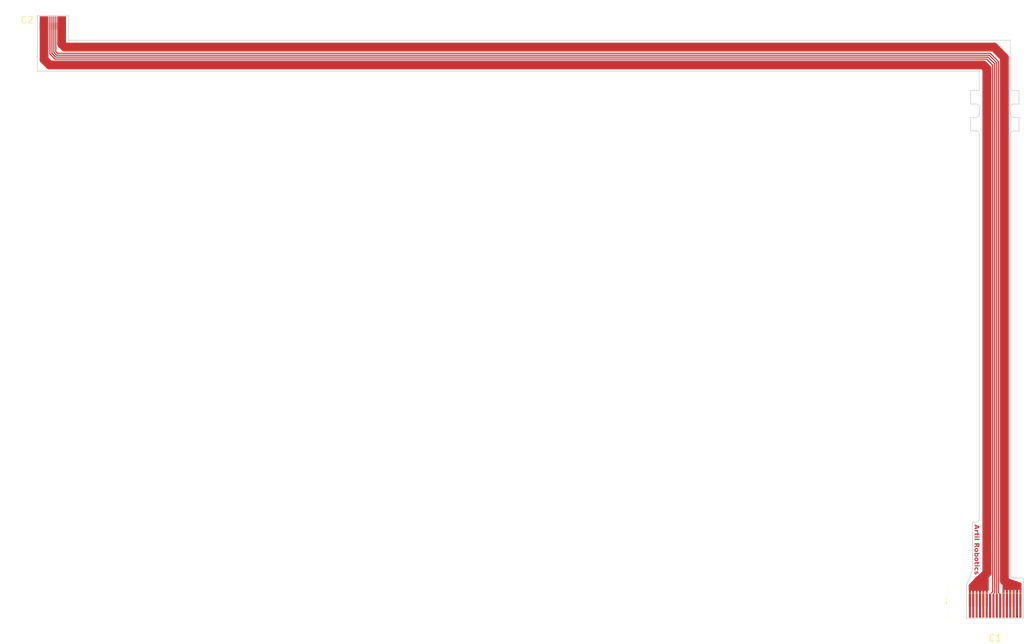
<source format=kicad_pcb>
(kicad_pcb (version 20221018) (generator pcbnew)
  (layers (0 "F.Cu" signal) (31 "B.Cu" signal) (34 "B.Paste" user) (35 "F.Paste" user) (36 "B.SilkS" user "B.Silkscreen") (37 "F.SilkS" user "F.Silkscreen") (38 "B.Mask" user) (39 "F.Mask" user) (44 "Edge.Cuts" user))
  (net 0 "")
  (net 1 "LINE 1")
  (net 2 "Line A")
  (net 3 "Line B")
  (net 4 "Line C")
  (net 5 "Line D")
  (net 6 "Line 2")
  (footprint "trill-flex:trill_flex_long" (layer "F.Cu") (at 267.475 152.7 180)
    (fp_text reference "C1" (at 0 -4.75) (layer "F.SilkS"))
    (fp_text value "trill-flex-conector" hide)
    (fp_line (start -4.25 -1.8) (end 4.25 -1.8) (stroke (width 0.05)) (layer "F.SilkS"))
    (fp_line (start -4.25 1.95) (end -4.25 -1.8) (stroke (width 0.05)) (layer "F.SilkS"))
    (fp_line (start -4.25 1.95) (end 4.25 1.95) (stroke (width 0.05)) (layer "F.SilkS"))
    (fp_line (start 4.25 1.95) (end 4.25 -1.8) (stroke (width 0.05)) (layer "F.SilkS"))
    (dimension (type aligned) (layer "F.SilkS") (pts (xy 263.225 154.5) (xy 263.225 149.5)) (height -2.85) (gr_text "5.0000 mm" (at 260.25 152 90) (layer "F.SilkS") (effects (font (size 0.1 0.1) (thickness 0.1)))) (format (prefix "") (suffix "") (units 3) (units_format 1) (precision 4)) (style (thickness 0.01) (arrow_length 0.05) (text_position_mode 0) (extension_height 0.58642) (extension_offset 0.01) keep_text_aligned))
    (pad "1" smd rect (at -3.75 0.05 180) (size 0.3 3.5) (layers "F.Cu") (net 1 "LINE 1"))
    (pad "2" smd rect (at -3.25 0.05 180) (size 0.3 3.5) (layers "F.Cu") (net 1 "LINE 1"))
    (pad "3" smd rect (at -2.75 0.05 180) (size 0.3 3.5) (layers "F.Cu") (net 1 "LINE 1"))
    (pad "4" smd rect (at -2.25 0.05 180) (size 0.3 3.5) (layers "F.Cu") (net 1 "LINE 1"))
    (pad "5" smd rect (at -1.75 0.05 180) (size 0.3 3.5) (layers "F.Cu") (net 1 "LINE 1"))
    (pad "6" smd rect (at -1.25 0.05 180) (size 0.3 3.5) (layers "F.Cu") (net 1 "LINE 1"))
    (pad "7" smd rect (at -0.75 0.05 180) (size 0.3 3.5) (layers "F.Cu") (net 2 "Line A"))
    (pad "8" smd rect (at -0.25 0.05 180) (size 0.3 3.5) (layers "F.Cu") (net 3 "Line B"))
    (pad "9" smd rect (at 0.25 0.05 180) (size 0.3 3.5) (layers "F.Cu") (net 4 "Line C"))
    (pad "10" smd rect (at 0.75 0.05 180) (size 0.3 3.5) (layers "F.Cu") (net 5 "Line D"))
    (pad "11" smd rect (at 1.25 0.05 180) (size 0.3 3.5) (layers "F.Cu") (net 6 "Line 2"))
    (pad "12" smd rect (at 1.75 0.05 180) (size 0.3 3.5) (layers "F.Cu") (net 6 "Line 2"))
    (pad "13" smd rect (at 2.25 0.05 180) (size 0.3 3.5) (layers "F.Cu") (net 6 "Line 2"))
    (pad "14" smd rect (at 2.75 0.05 180) (size 0.3 3.5) (layers "F.Cu") (net 6 "Line 2"))
    (pad "15" smd rect (at 3.25 0.05 180) (size 0.3 3.5) (layers "F.Cu") (net 6 "Line 2"))
    (pad "16" smd rect (at 3.75 0.05 180) (size 0.3 3.5) (layers "F.Cu") (net 6 "Line 2"))
  )
  (footprint "trill-flex2:trill_flex_long2" (layer "F.Cu") (at 127.425 65.95 180)
    (fp_text reference "C2" (at 3.85 0.45) (layer "F.SilkS"))
    (fp_text value "trill-flex-conector2")
    (pad "1" smd rect (at -1.3 0 180) (size 1.3 2) (layers "F.Cu") (net 1 "LINE 1"))
    (pad "2" smd rect (at -0.435 0 180) (size 0.15 2) (layers "F.Cu") (net 2 "Line A"))
    (pad "3" smd rect (at -0.145 0 180) (size 0.15 2) (layers "F.Cu") (net 3 "Line B"))
    (pad "4" smd rect (at 0.145 0 180) (size 0.15 2) (layers "F.Cu") (net 4 "Line C"))
    (pad "5" smd rect (at 0.435 0 180) (size 0.15 2) (layers "F.Cu") (net 5 "Line D"))
    (pad "6" smd rect (at 1.3 0 180) (size 1.3 2) (layers "F.Cu") (net 6 "Line 2"))
  )
  (gr_arc (start 264.625 78) (mid 264.978553 78.146447) (end 265.125 78.5) (stroke (width 0.1)) (layer "Edge.Cuts"))
  (gr_line (start 129.725 64.83) (end 129.725 68.5) (stroke (width 0.1)) (layer "Edge.Cuts"))
  (gr_line (start 269.725 75.475) (end 269.725 68.5) (stroke (width 0.1)) (layer "Edge.Cuts"))
  (gr_line (start 263.225 149.5) (end 264.125 147.275) (stroke (width 0.1)) (layer "Edge.Cuts"))
  (gr_arc (start 270.25 80) (mid 269.878769 79.846231) (end 269.725 79.475) (stroke (width 0.1)) (layer "Edge.Cuts"))
  (gr_line (start 269.725 68.5) (end 129.725 68.5) (stroke (width 0.1)) (layer "Edge.Cuts"))
  (gr_arc (start 270.25 76) (mid 269.878769 75.846231) (end 269.725 75.475) (stroke (width 0.1)) (layer "Edge.Cuts"))
  (gr_arc (start 269.725 78.5) (mid 269.871447 78.146447) (end 270.225 78) (stroke (width 0.1)) (layer "Edge.Cuts"))
  (gr_line (start 265.125 76) (end 265.125 73.1) (stroke (width 0.1)) (layer "Edge.Cuts"))
  (gr_arc (start 264.625 82) (mid 264.978553 82.146447) (end 265.125 82.5) (stroke (width 0.1)) (layer "Edge.Cuts"))
  (gr_line (start 271.025 76) (end 270.25 76) (stroke (width 0.1)) (layer "Edge.Cuts"))
  (gr_line (start 271.725 154.5) (end 271.725 148.5) (stroke (width 0.1)) (layer "Edge.Cuts"))
  (gr_line (start 269.725 79.475) (end 269.725 78.5) (stroke (width 0.1)) (layer "Edge.Cuts"))
  (gr_line (start 265.125 139.75) (end 265.125 82.5) (stroke (width 0.1)) (layer "Edge.Cuts"))
  (gr_line (start 263.825 82) (end 263.825 80) (stroke (width 0.1)) (layer "Edge.Cuts"))
  (gr_line (start 264.127481 140.200248) (end 264.627481 140.200248) (stroke (width 0.1)) (layer "Edge.Cuts"))
  (gr_line (start 271.725 148.5) (end 270.25 148.5) (stroke (width 0.1)) (layer "Edge.Cuts"))
  (gr_arc (start 269.725 82.5) (mid 269.871447 82.146447) (end 270.225 82) (stroke (width 0.1)) (layer "Edge.Cuts"))
  (gr_arc (start 270.25 148.5) (mid 269.878769 148.346231) (end 269.725 147.975) (stroke (width 0.1)) (layer "Edge.Cuts"))
  (gr_line (start 264.127481 140.200248) (end 264.125 147.275) (stroke (width 0.1)) (layer "Edge.Cuts"))
  (gr_line (start 271.025 82) (end 271.025 80) (stroke (width 0.1)) (layer "Edge.Cuts"))
  (gr_line (start 265.125 79.5) (end 265.125 78.5) (stroke (width 0.1)) (layer "Edge.Cuts"))
  (gr_line (start 263.825 78) (end 263.825 76) (stroke (width 0.1)) (layer "Edge.Cuts"))
  (gr_arc (start 265.125 79.5) (mid 264.978553 79.853553) (end 264.625 80) (stroke (width 0.1)) (layer "Edge.Cuts"))
  (gr_line (start 265.125 73.1) (end 125.125 73.1) (stroke (width 0.1)) (layer "Edge.Cuts"))
  (gr_line (start 263.225 149.5) (end 263.225 154.5) (stroke (width 0.1)) (layer "Edge.Cuts"))
  (gr_line (start 263.825 76) (end 265.125 76) (stroke (width 0.1)) (layer "Edge.Cuts"))
  (gr_line (start 269.725 147.975) (end 269.725 82.5) (stroke (width 0.1)) (layer "Edge.Cuts"))
  (gr_line (start 125.125 64.83) (end 129.725 64.83) (stroke (width 0.1)) (layer "Edge.Cuts"))
  (gr_line (start 270.225 78) (end 271.025 78) (stroke (width 0.1)) (layer "Edge.Cuts"))
  (gr_line (start 271.025 78) (end 271.025 76) (stroke (width 0.1)) (layer "Edge.Cuts"))
  (gr_line (start 264.625 82) (end 263.825 82) (stroke (width 0.1)) (layer "Edge.Cuts"))
  (gr_line (start 263.825 80) (end 264.625 80) (stroke (width 0.1)) (layer "Edge.Cuts"))
  (gr_line (start 271.025 80) (end 270.25 80) (stroke (width 0.1)) (layer "Edge.Cuts"))
  (gr_line (start 270.225 82) (end 271.025 82) (stroke (width 0.1)) (layer "Edge.Cuts"))
  (gr_line (start 125.125 64.83) (end 125.125 73.1) (stroke (width 0.1)) (layer "Edge.Cuts"))
  (gr_line (start 263.225 154.5) (end 271.725 154.5) (stroke (width 0.1)) (layer "Edge.Cuts"))
  (gr_line (start 264.625 78) (end 263.825 78) (stroke (width 0.1)) (layer "Edge.Cuts"))
  (gr_arc (start 265.125 139.75) (mid 264.962984 140.070975) (end 264.627481 140.200248) (stroke (width 0.1)) (layer "Edge.Cuts"))
  (gr_text "Artil Robotics" (at 264.3 140.525 270) (layer "F.Cu") (effects (font (size 0.7 0.7) (thickness 0.125) bold) (justify left bottom)))
  (segment (start 270.225 149.8) (end 270.125 149.7) (width 0.3) (layer "F.Cu") (net 1))
  (segment (start 128.725 69.05) (end 128.725 65.95) (width 1.3) (layer "F.Cu") (net 1))
  (segment (start 270.125 149.7) (end 270.775 149.7) (width 1.1) (layer "F.Cu") (net 1))
  (segment (start 129.2 69.525) (end 128.725 69.05) (width 1.3) (layer "F.Cu") (net 1))
  (segment (start 269.375 149.45) (end 268.85 148.925) (width 1.3) (layer "F.Cu") (net 1))
  (segment (start 269.375 149.45) (end 269.625 149.7) (width 1) (layer "F.Cu") (net 1))
  (segment (start 269.225 152.65) (end 269.225 150.1) (width 0.3) (layer "F.Cu") (net 1))
  (segment (start 268.725 152.65) (end 268.725 150.1) (width 0.3) (layer "F.Cu") (net 1))
  (segment (start 271.225 152.65) (end 271.225 150.15) (width 0.3) (layer "F.Cu") (net 1))
  (segment (start 268.85 71.075) (end 267.3 69.525) (width 1.3) (layer "F.Cu") (net 1))
  (segment (start 270.725 149.75) (end 270.775 149.7) (width 0.3) (layer "F.Cu") (net 1))
  (segment (start 268.85 148.925) (end 268.85 71.075) (width 1.3) (layer "F.Cu") (net 1))
  (segment (start 267.3 69.525) (end 129.2 69.525) (width 1.3) (layer "F.Cu") (net 1))
  (segment (start 270.725 152.65) (end 270.725 149.75) (width 0.3) (layer "F.Cu") (net 1))
  (segment (start 269.225 150.1) (end 269.625 149.7) (width 0.3) (layer "F.Cu") (net 1))
  (segment (start 269.625 149.7) (end 270.125 149.7) (width 1) (layer "F.Cu") (net 1))
  (segment (start 269.725 150.1) (end 270.125 149.7) (width 0.3) (layer "F.Cu") (net 1))
  (segment (start 271.225 150.15) (end 270.775 149.7) (width 0.3) (layer "F.Cu") (net 1))
  (segment (start 270.225 152.65) (end 270.225 149.8) (width 0.3) (layer "F.Cu") (net 1))
  (segment (start 268.725 150.1) (end 269.375 149.45) (width 0.3) (layer "F.Cu") (net 1))
  (segment (start 269.725 152.65) (end 269.725 150.1) (width 0.3) (layer "F.Cu") (net 1))
  (segment (start 127.86 65.95) (end 127.86 70.202) (width 0.16) (layer "F.Cu") (net 2))
  (segment (start 127.86 70.202) (end 128.108 70.45) (width 0.16) (layer "F.Cu") (net 2))
  (segment (start 268.225 150.925) (end 268.225 152.65) (width 0.16) (layer "F.Cu") (net 2))
  (segment (start 267.99 71.715) (end 267.99 150.69) (width 0.16) (layer "F.Cu") (net 2))
  (segment (start 266.725 70.45) (end 267.99 71.715) (width 0.16) (layer "F.Cu") (net 2))
  (segment (start 128.108 70.45) (end 266.725 70.45) (width 0.16) (layer "F.Cu") (net 2))
  (segment (start 267.99 150.69) (end 268.225 150.925) (width 0.16) (layer "F.Cu") (net 2))
  (segment (start 127.57 65.95) (end 127.57 70.322122) (width 0.16) (layer "F.Cu") (net 3))
  (segment (start 267.7 152.625) (end 267.725 152.65) (width 0.16) (layer "F.Cu") (net 3))
  (segment (start 127.987878 70.74) (end 266.59 70.74) (width 0.16) (layer "F.Cu") (net 3))
  (segment (start 127.57 70.322122) (end 127.987878 70.74) (width 0.16) (layer "F.Cu") (net 3))
  (segment (start 266.59 70.74) (end 267.7 71.85) (width 0.16) (layer "F.Cu") (net 3))
  (segment (start 267.7 71.85) (end 267.7 152.625) (width 0.16) (layer "F.Cu") (net 3))
  (segment (start 267.4 72) (end 267.4 150.69) (width 0.16) (layer "F.Cu") (net 4))
  (segment (start 127.28 65.95) (end 127.28 70.442244) (width 0.16) (layer "F.Cu") (net 4))
  (segment (start 267.225 150.865) (end 267.225 152.65) (width 0.16) (layer "F.Cu") (net 4))
  (segment (start 127.28 70.442244) (end 127.867756 71.03) (width 0.16) (layer "F.Cu") (net 4))
  (segment (start 266.43 71.03) (end 267.4 72) (width 0.16) (layer "F.Cu") (net 4))
  (segment (start 267.4 150.69) (end 267.225 150.865) (width 0.16) (layer "F.Cu") (net 4))
  (segment (start 127.867756 71.03) (end 266.43 71.03) (width 0.16) (layer "F.Cu") (net 4))
  (segment (start 126.99 70.562366) (end 127.747634 71.32) (width 0.16) (layer "F.Cu") (net 5))
  (segment (start 266.22 71.32) (end 267.1 72.2) (width 0.16) (layer "F.Cu") (net 5))
  (segment (start 266.725 150.925) (end 266.725 152.65) (width 0.16) (layer "F.Cu") (net 5))
  (segment (start 127.747634 71.32) (end 266.22 71.32) (width 0.16) (layer "F.Cu") (net 5))
  (segment (start 267.1 72.2) (end 267.1 150.55) (width 0.16) (layer "F.Cu") (net 5))
  (segment (start 267.1 150.55) (end 266.725 150.925) (width 0.16) (layer "F.Cu") (net 5))
  (segment (start 126.99 70.562366) (end 126.99 65.95) (width 0.16) (layer "F.Cu") (net 5))
  (segment (start 265.1875 148.8125) (end 265.725 149.35) (width 0.3) (layer "F.Cu") (net 6))
  (segment (start 265.725 149.35) (end 265.725 152.65) (width 0.3) (layer "F.Cu") (net 6))
  (segment (start 264.775 149.225) (end 264.125 149.875) (width 1) (layer "F.Cu") (net 6))
  (segment (start 264.225 149.975) (end 264.125 149.875) (width 0.3) (layer "F.Cu") (net 6))
  (segment (start 265.1875 148.8125) (end 265.225 148.85) (width 0.3) (layer "F.Cu") (net 6))
  (segment (start 265.1875 148.8125) (end 264.725 149.275) (width 0.3) (layer "F.Cu") (net 6))
  (segment (start 263.725 152.65) (end 263.725 150.275) (width 0.3) (layer "F.Cu") (net 6))
  (segment (start 265.225 148.85) (end 265.225 152.65) (width 0.3) (layer "F.Cu") (net 6))
  (segment (start 264.775 149.225) (end 266.24 147.76) (width 1.3) (layer "F.Cu") (net 6))
  (segment (start 266.24 72.715) (end 265.705 72.18) (width 1.3) (layer "F.Cu") (net 6))
  (segment (start 263.725 150.275) (end 264.125 149.875) (width 0.3) (layer "F.Cu") (net 6))
  (segment (start 266.225 148.55) (end 265.8375 148.1625) (width 0.3) (layer "F.Cu") (net 6))
  (segment (start 264.225 152.65) (end 264.225 149.975) (width 0.3) (layer "F.Cu") (net 6))
  (segment (start 126.125 71.374) (end 126.125 65.95) (width 1.3) (layer "F.Cu") (net 6))
  (segment (start 264.125 149.875) (end 265.1875 148.8125) (width 1) (layer "F.Cu") (net 6))
  (segment (start 126.931 72.18) (end 126.125 71.374) (width 1.3) (layer "F.Cu") (net 6))
  (segment (start 265.705 72.18) (end 126.931 72.18) (width 1.3) (layer "F.Cu") (net 6))
  (segment (start 264.725 149.275) (end 264.725 152.65) (width 0.3) (layer "F.Cu") (net 6))
  (segment (start 266.225 152.65) (end 266.225 148.55) (width 0.3) (layer "F.Cu") (net 6))
  (segment (start 266.24 147.76) (end 266.24 72.715) (width 1.3) (layer "F.Cu") (net 6))
  (zone (net 6) (net_name "Line 2") (layer "F.Cu") (connect_pads (clearance 0.5)) (min_thickness 0.25) (fill yes (thermal_gap 0.5) (thermal_bridge_width 0.5))
    (polygon (pts (xy 266.9 147.825) (xy 266.575 150.4) (xy 263.55 150.4) (xy 263.55 149.525) (xy 265.6 147.325) (xy 266.9 147.325)))
  )
  (zone (net 1) (net_name "LINE 1") (layer "F.Cu") (connect_pads (clearance 0.5)) (min_thickness 0.25) (fill yes (thermal_gap 0.5) (thermal_bridge_width 0.5))
    (polygon (pts (xy 268.5 150.275) (xy 271.375 150.25) (xy 271.375 149.225) (xy 269.425 148.55) (xy 268.525 148.8)))
  )
)
</source>
